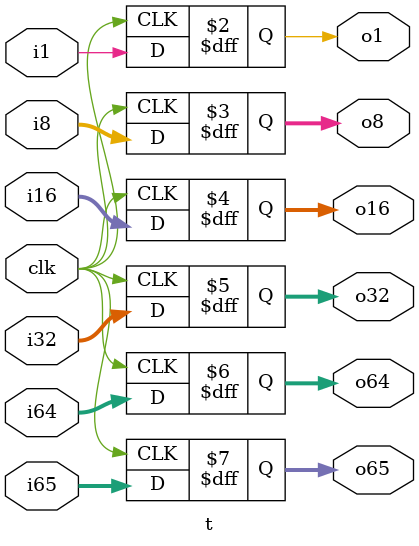
<source format=v>


module t (/*AUTOARG*/
   // Outputs
   o1, o8, o16, o32, o64, o65,
   // Inputs
   clk, i1, i8, i16, i32, i64, i65
   );

   input clk;

   input 	i1;
   input [7:0]	i8;
   input [15:0]	i16;
   input [31:0]	i32;
   input [63:0]	i64;
   input [64:0]	i65;

   output 	 o1;
   output [7:0]  o8;
   output [15:0] o16;
   output [31:0] o32;
   output [63:0] o64;
   output [64:0] o65;

   always @ (posedge clk) begin
      o1 <= i1;
      o8 <= i8;
      o16 <= i16;
      o32 <= i32;
      o64 <= i64;
      o65 <= i65;
   end

endmodule

</source>
